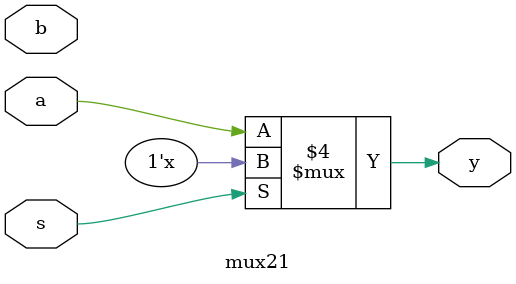
<source format=v>
module mux21(a,b,s,y);
	input a,b,s;
	output y;
	reg y;
	always @(a,b,s)
    
        

if(s==1'B0)begin y=a;end
        

	
endmodule
</source>
